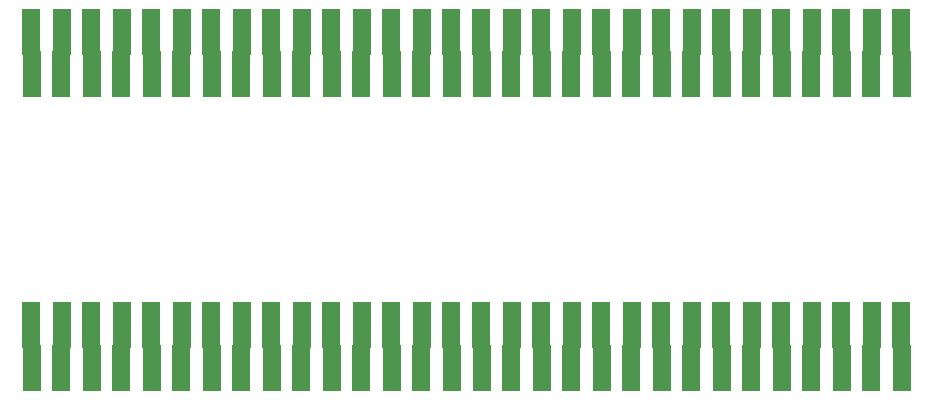
<source format=gbs>
G04 MADE WITH FRITZING*
G04 WWW.FRITZING.ORG*
G04 DOUBLE SIDED*
G04 HOLES PLATED*
G04 CONTOUR ON CENTER OF CONTOUR VECTOR*
%ASAXBY*%
%FSLAX23Y23*%
%MOIN*%
%OFA0B0*%
%SFA1.0B1.0*%
%ADD10R,0.061181X0.151823*%
%LNMASK0*%
G90*
G70*
G54D10*
X1493Y232D03*
X1393Y90D03*
X1293Y232D03*
X1193Y90D03*
X1093Y232D03*
X993Y90D03*
X893Y232D03*
X793Y90D03*
X693Y232D03*
X593Y90D03*
X493Y232D03*
X393Y90D03*
X293Y232D03*
X193Y90D03*
X93Y232D03*
X1493Y1209D03*
X1393Y1068D03*
X1293Y1209D03*
X1193Y1068D03*
X1093Y1209D03*
X993Y1068D03*
X893Y1209D03*
X793Y1068D03*
X693Y1209D03*
X593Y1068D03*
X493Y1209D03*
X393Y1068D03*
X293Y1209D03*
X193Y1068D03*
X93Y1209D03*
X94Y90D03*
X194Y232D03*
X294Y90D03*
X394Y232D03*
X494Y90D03*
X594Y232D03*
X694Y90D03*
X794Y232D03*
X894Y90D03*
X994Y232D03*
X1094Y90D03*
X1194Y232D03*
X1294Y90D03*
X1394Y232D03*
X1494Y90D03*
X94Y1068D03*
X194Y1210D03*
X294Y1068D03*
X394Y1210D03*
X494Y1068D03*
X594Y1210D03*
X694Y1068D03*
X794Y1210D03*
X894Y1068D03*
X994Y1210D03*
X1094Y1068D03*
X1194Y1210D03*
X1294Y1068D03*
X1394Y1210D03*
X1494Y1068D03*
X1594Y90D03*
X1694Y232D03*
X1794Y90D03*
X1894Y232D03*
X1994Y90D03*
X2094Y232D03*
X2194Y90D03*
X2294Y232D03*
X2394Y90D03*
X2494Y232D03*
X2594Y90D03*
X2694Y232D03*
X2794Y90D03*
X2894Y232D03*
X2994Y90D03*
X1594Y1068D03*
X1694Y1210D03*
X1794Y1068D03*
X1894Y1210D03*
X1994Y1068D03*
X2094Y1210D03*
X2194Y1068D03*
X2294Y1210D03*
X2394Y1068D03*
X2494Y1210D03*
X2594Y1068D03*
X2694Y1210D03*
X2794Y1068D03*
X2894Y1210D03*
X2994Y1068D03*
X2993Y232D03*
X2893Y90D03*
X2793Y232D03*
X2693Y90D03*
X2593Y232D03*
X2493Y90D03*
X2393Y232D03*
X2293Y90D03*
X2193Y232D03*
X2093Y90D03*
X1993Y232D03*
X1893Y90D03*
X1793Y232D03*
X1693Y90D03*
X1593Y232D03*
X2993Y1209D03*
X2893Y1068D03*
X2793Y1209D03*
X2693Y1068D03*
X2593Y1209D03*
X2493Y1068D03*
X2393Y1209D03*
X2293Y1068D03*
X2193Y1209D03*
X2093Y1068D03*
X1993Y1209D03*
X1893Y1068D03*
X1793Y1209D03*
X1693Y1068D03*
X1593Y1209D03*
G04 End of Mask0*
M02*
</source>
